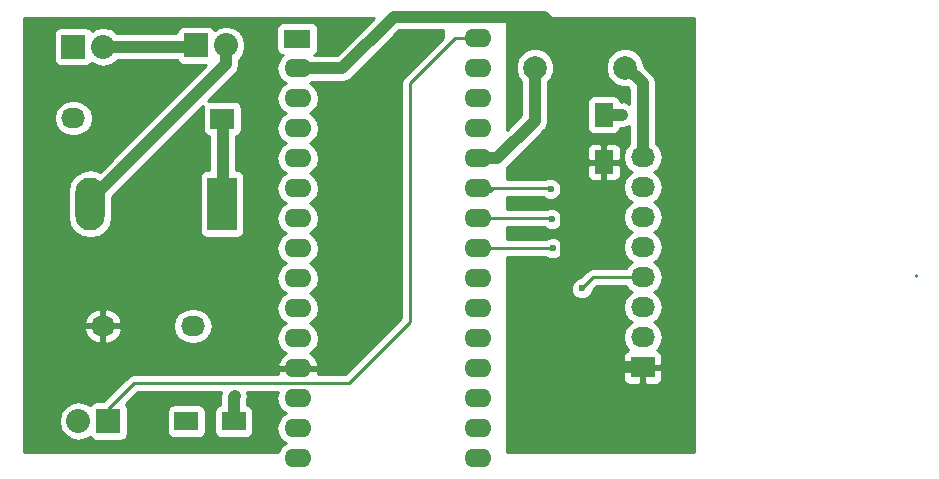
<source format=gtl>
G04 #@! TF.FileFunction,Copper,L1,Top,Signal*
%FSLAX46Y46*%
G04 Gerber Fmt 4.6, Leading zero omitted, Abs format (unit mm)*
G04 Created by KiCad (PCBNEW 4.0.7) date 11/02/17 22:13:09*
%MOMM*%
%LPD*%
G01*
G04 APERTURE LIST*
%ADD10C,0.100000*%
%ADD11R,2.499360X4.500880*%
%ADD12O,2.499360X4.500880*%
%ADD13O,2.032000X1.727200*%
%ADD14R,2.032000X1.727200*%
%ADD15R,2.032000X2.032000*%
%ADD16O,2.032000X2.032000*%
%ADD17C,1.998980*%
%ADD18R,2.286000X1.574800*%
%ADD19O,2.286000X1.574800*%
%ADD20R,2.000000X1.600000*%
%ADD21R,1.600000X2.000000*%
%ADD22C,0.600000*%
%ADD23C,0.250000*%
%ADD24C,1.000000*%
%ADD25C,0.254000*%
G04 APERTURE END LIST*
D10*
D11*
X119255080Y-86170000D03*
D12*
X108079080Y-86170000D03*
D13*
X116770000Y-96520000D03*
X109170000Y-96520000D03*
X106670000Y-78920000D03*
D14*
X119270000Y-78960000D03*
D15*
X117050000Y-72770000D03*
D16*
X119590000Y-72770000D03*
D15*
X106650000Y-72880000D03*
D16*
X109190000Y-72880000D03*
D15*
X109630000Y-104570000D03*
D16*
X107090000Y-104570000D03*
D14*
X154880000Y-100000000D03*
D13*
X154880000Y-97460000D03*
X154880000Y-94920000D03*
X154880000Y-92380000D03*
X154880000Y-89840000D03*
X154880000Y-87300000D03*
X154880000Y-84760000D03*
X154880000Y-82220000D03*
D17*
X153360000Y-74640000D03*
X145740000Y-74640000D03*
D18*
X125630000Y-72200000D03*
D19*
X125670000Y-74700000D03*
X125670000Y-77240000D03*
X125670000Y-79780000D03*
X125670000Y-82320000D03*
X125670000Y-84860000D03*
X125670000Y-87400000D03*
X125670000Y-89940000D03*
X125670000Y-92480000D03*
X125670000Y-95020000D03*
X125670000Y-97560000D03*
X125670000Y-100100000D03*
X125670000Y-102640000D03*
X125670000Y-105180000D03*
X125670000Y-107720000D03*
X140910000Y-107720000D03*
X140910000Y-105180000D03*
X140910000Y-102640000D03*
X140910000Y-100100000D03*
X140910000Y-97560000D03*
X140910000Y-95020000D03*
X140910000Y-92480000D03*
X140910000Y-89940000D03*
X140910000Y-87400000D03*
X140910000Y-84860000D03*
X140910000Y-82320000D03*
X140910000Y-79780000D03*
X140910000Y-77240000D03*
X140910000Y-74700000D03*
X140910000Y-72160000D03*
D20*
X116240000Y-104590000D03*
X120240000Y-104590000D03*
D21*
X151570000Y-82650000D03*
X151570000Y-78650000D03*
D22*
X153110000Y-78640000D03*
X120310000Y-102430000D03*
X151500000Y-82800000D03*
X147070000Y-84920000D03*
X147200000Y-87480000D03*
X147250000Y-89930000D03*
X149720000Y-93330000D03*
D23*
X177980000Y-92310000D02*
X177980000Y-92180000D01*
D24*
X119305080Y-86060000D02*
X119305080Y-79324920D01*
X119305080Y-79324920D02*
X119620000Y-79010000D01*
X119590000Y-72770000D02*
X119590000Y-74370000D01*
X119590000Y-74370000D02*
X107940000Y-86020000D01*
X108360000Y-86060000D02*
X108129080Y-86060000D01*
X151570000Y-78650000D02*
X153100000Y-78650000D01*
X153100000Y-78650000D02*
X153110000Y-78640000D01*
X120240000Y-104590000D02*
X120240000Y-102500000D01*
X120240000Y-102500000D02*
X120310000Y-102430000D01*
X109190000Y-72880000D02*
X116940000Y-72880000D01*
X116940000Y-72880000D02*
X117050000Y-72770000D01*
D23*
X109630000Y-104570000D02*
X109630000Y-103540000D01*
X138990000Y-72160000D02*
X140910000Y-72160000D01*
X135180000Y-75970000D02*
X138990000Y-72160000D01*
X135180000Y-96170000D02*
X135180000Y-75970000D01*
X130000000Y-101350000D02*
X135180000Y-96170000D01*
X111820000Y-101350000D02*
X130000000Y-101350000D01*
X109630000Y-103540000D02*
X111820000Y-101350000D01*
D24*
X153360000Y-74640000D02*
X153540000Y-74640000D01*
X153540000Y-74640000D02*
X154880000Y-75980000D01*
X154880000Y-75980000D02*
X154880000Y-82220000D01*
X140910000Y-82320000D02*
X142560000Y-82320000D01*
X145740000Y-79140000D02*
X145740000Y-74640000D01*
X142560000Y-82320000D02*
X145740000Y-79140000D01*
X146240000Y-70350000D02*
X146510000Y-70350000D01*
X129430000Y-74700000D02*
X133780000Y-70350000D01*
X133780000Y-70350000D02*
X146240000Y-70350000D01*
X154880000Y-100000000D02*
X152300000Y-100000000D01*
X129430000Y-74700000D02*
X125670000Y-74700000D01*
X148360000Y-96060000D02*
X152300000Y-100000000D01*
X148360000Y-72200000D02*
X148360000Y-96060000D01*
X146510000Y-70350000D02*
X148360000Y-72200000D01*
D23*
X151500000Y-82800000D02*
X151570000Y-82730000D01*
X151570000Y-82730000D02*
X151570000Y-82650000D01*
D24*
X151570000Y-82610000D02*
X151570000Y-82650000D01*
D23*
X147010000Y-84860000D02*
X140910000Y-84860000D01*
X147070000Y-84920000D02*
X147010000Y-84860000D01*
X141980000Y-85060000D02*
X142180000Y-84860000D01*
X147120000Y-87400000D02*
X140910000Y-87400000D01*
X147200000Y-87480000D02*
X147120000Y-87400000D01*
X147240000Y-89940000D02*
X140910000Y-89940000D01*
X147250000Y-89930000D02*
X147240000Y-89940000D01*
X154880000Y-92380000D02*
X150670000Y-92380000D01*
X150670000Y-92380000D02*
X149720000Y-93330000D01*
D25*
G36*
X128959868Y-73565000D02*
X127048041Y-73565000D01*
X127224441Y-73451490D01*
X127369431Y-73239290D01*
X127420440Y-72987400D01*
X127420440Y-71412600D01*
X127376162Y-71177283D01*
X127237090Y-70961159D01*
X127024890Y-70816169D01*
X126773000Y-70765160D01*
X124487000Y-70765160D01*
X124251683Y-70809438D01*
X124035559Y-70948510D01*
X123890569Y-71160710D01*
X123839560Y-71412600D01*
X123839560Y-72987400D01*
X123883838Y-73222717D01*
X124022910Y-73438841D01*
X124235110Y-73583831D01*
X124391559Y-73615513D01*
X124273778Y-73694211D01*
X123965441Y-74155671D01*
X123857167Y-74700000D01*
X123965441Y-75244329D01*
X124273778Y-75705789D01*
X124669199Y-75970000D01*
X124273778Y-76234211D01*
X123965441Y-76695671D01*
X123857167Y-77240000D01*
X123965441Y-77784329D01*
X124273778Y-78245789D01*
X124669199Y-78510000D01*
X124273778Y-78774211D01*
X123965441Y-79235671D01*
X123857167Y-79780000D01*
X123965441Y-80324329D01*
X124273778Y-80785789D01*
X124669199Y-81050000D01*
X124273778Y-81314211D01*
X123965441Y-81775671D01*
X123857167Y-82320000D01*
X123965441Y-82864329D01*
X124273778Y-83325789D01*
X124669199Y-83590000D01*
X124273778Y-83854211D01*
X123965441Y-84315671D01*
X123857167Y-84860000D01*
X123965441Y-85404329D01*
X124273778Y-85865789D01*
X124669199Y-86130000D01*
X124273778Y-86394211D01*
X123965441Y-86855671D01*
X123857167Y-87400000D01*
X123965441Y-87944329D01*
X124273778Y-88405789D01*
X124669199Y-88670000D01*
X124273778Y-88934211D01*
X123965441Y-89395671D01*
X123857167Y-89940000D01*
X123965441Y-90484329D01*
X124273778Y-90945789D01*
X124669199Y-91210000D01*
X124273778Y-91474211D01*
X123965441Y-91935671D01*
X123857167Y-92480000D01*
X123965441Y-93024329D01*
X124273778Y-93485789D01*
X124669199Y-93750000D01*
X124273778Y-94014211D01*
X123965441Y-94475671D01*
X123857167Y-95020000D01*
X123965441Y-95564329D01*
X124273778Y-96025789D01*
X124669199Y-96290000D01*
X124273778Y-96554211D01*
X123965441Y-97015671D01*
X123857167Y-97560000D01*
X123965441Y-98104329D01*
X124273778Y-98565789D01*
X124668830Y-98829754D01*
X124652738Y-98834475D01*
X124218809Y-99184014D01*
X123951673Y-99673004D01*
X123934990Y-99752940D01*
X124057148Y-99973000D01*
X125543000Y-99973000D01*
X125543000Y-99953000D01*
X125797000Y-99953000D01*
X125797000Y-99973000D01*
X127282852Y-99973000D01*
X127405010Y-99752940D01*
X127388327Y-99673004D01*
X127121191Y-99184014D01*
X126687262Y-98834475D01*
X126671170Y-98829754D01*
X127066222Y-98565789D01*
X127374559Y-98104329D01*
X127482833Y-97560000D01*
X127374559Y-97015671D01*
X127066222Y-96554211D01*
X126670801Y-96290000D01*
X127066222Y-96025789D01*
X127374559Y-95564329D01*
X127482833Y-95020000D01*
X127374559Y-94475671D01*
X127066222Y-94014211D01*
X126670801Y-93750000D01*
X127066222Y-93485789D01*
X127374559Y-93024329D01*
X127482833Y-92480000D01*
X127374559Y-91935671D01*
X127066222Y-91474211D01*
X126670801Y-91210000D01*
X127066222Y-90945789D01*
X127374559Y-90484329D01*
X127482833Y-89940000D01*
X127374559Y-89395671D01*
X127066222Y-88934211D01*
X126670801Y-88670000D01*
X127066222Y-88405789D01*
X127374559Y-87944329D01*
X127482833Y-87400000D01*
X127374559Y-86855671D01*
X127066222Y-86394211D01*
X126670801Y-86130000D01*
X127066222Y-85865789D01*
X127374559Y-85404329D01*
X127482833Y-84860000D01*
X127374559Y-84315671D01*
X127066222Y-83854211D01*
X126670801Y-83590000D01*
X127066222Y-83325789D01*
X127374559Y-82864329D01*
X127482833Y-82320000D01*
X127374559Y-81775671D01*
X127066222Y-81314211D01*
X126670801Y-81050000D01*
X127066222Y-80785789D01*
X127374559Y-80324329D01*
X127482833Y-79780000D01*
X127374559Y-79235671D01*
X127066222Y-78774211D01*
X126670801Y-78510000D01*
X127066222Y-78245789D01*
X127374559Y-77784329D01*
X127482833Y-77240000D01*
X127374559Y-76695671D01*
X127066222Y-76234211D01*
X126670801Y-75970000D01*
X126872844Y-75835000D01*
X129430000Y-75835000D01*
X129864346Y-75748603D01*
X130232566Y-75502566D01*
X134250132Y-71485000D01*
X137933000Y-71485000D01*
X137933000Y-72142198D01*
X134642599Y-75432599D01*
X134477852Y-75679161D01*
X134420000Y-75970000D01*
X134420000Y-95855198D01*
X129685198Y-100590000D01*
X127353908Y-100590000D01*
X127388327Y-100526996D01*
X127405010Y-100447060D01*
X127282852Y-100227000D01*
X125797000Y-100227000D01*
X125797000Y-100247000D01*
X125543000Y-100247000D01*
X125543000Y-100227000D01*
X124057148Y-100227000D01*
X123934990Y-100447060D01*
X123951673Y-100526996D01*
X123986092Y-100590000D01*
X111820000Y-100590000D01*
X111529161Y-100647852D01*
X111282599Y-100812599D01*
X109188638Y-102906560D01*
X108614000Y-102906560D01*
X108378683Y-102950838D01*
X108162559Y-103089910D01*
X108060802Y-103238837D01*
X107721810Y-103012330D01*
X107090000Y-102886655D01*
X106458190Y-103012330D01*
X105922567Y-103370222D01*
X105564675Y-103905845D01*
X105439000Y-104537655D01*
X105439000Y-104602345D01*
X105564675Y-105234155D01*
X105922567Y-105769778D01*
X106458190Y-106127670D01*
X107090000Y-106253345D01*
X107721810Y-106127670D01*
X108061792Y-105900501D01*
X108149910Y-106037441D01*
X108362110Y-106182431D01*
X108614000Y-106233440D01*
X110646000Y-106233440D01*
X110881317Y-106189162D01*
X111097441Y-106050090D01*
X111242431Y-105837890D01*
X111293440Y-105586000D01*
X111293440Y-103790000D01*
X114592560Y-103790000D01*
X114592560Y-105390000D01*
X114636838Y-105625317D01*
X114775910Y-105841441D01*
X114988110Y-105986431D01*
X115240000Y-106037440D01*
X117240000Y-106037440D01*
X117475317Y-105993162D01*
X117691441Y-105854090D01*
X117836431Y-105641890D01*
X117887440Y-105390000D01*
X117887440Y-103790000D01*
X117843162Y-103554683D01*
X117704090Y-103338559D01*
X117491890Y-103193569D01*
X117240000Y-103142560D01*
X115240000Y-103142560D01*
X115004683Y-103186838D01*
X114788559Y-103325910D01*
X114643569Y-103538110D01*
X114592560Y-103790000D01*
X111293440Y-103790000D01*
X111293440Y-103554000D01*
X111249162Y-103318683D01*
X111122679Y-103122123D01*
X112134802Y-102110000D01*
X119182576Y-102110000D01*
X119105000Y-102500000D01*
X119105000Y-103167962D01*
X119004683Y-103186838D01*
X118788559Y-103325910D01*
X118643569Y-103538110D01*
X118592560Y-103790000D01*
X118592560Y-105390000D01*
X118636838Y-105625317D01*
X118775910Y-105841441D01*
X118988110Y-105986431D01*
X119240000Y-106037440D01*
X121240000Y-106037440D01*
X121475317Y-105993162D01*
X121691441Y-105854090D01*
X121836431Y-105641890D01*
X121887440Y-105390000D01*
X121887440Y-103790000D01*
X121843162Y-103554683D01*
X121704090Y-103338559D01*
X121491890Y-103193569D01*
X121375000Y-103169898D01*
X121375000Y-102781912D01*
X121445000Y-102430000D01*
X121381348Y-102110000D01*
X123962591Y-102110000D01*
X123857167Y-102640000D01*
X123965441Y-103184329D01*
X124273778Y-103645789D01*
X124669199Y-103910000D01*
X124273778Y-104174211D01*
X123965441Y-104635671D01*
X123857167Y-105180000D01*
X123965441Y-105724329D01*
X124273778Y-106185789D01*
X124669199Y-106450000D01*
X124273778Y-106714211D01*
X123967226Y-107173000D01*
X102477000Y-107173000D01*
X102477000Y-96879026D01*
X107562642Y-96879026D01*
X107565291Y-96894791D01*
X107819268Y-97422036D01*
X108255680Y-97811954D01*
X108808087Y-98005184D01*
X109043000Y-97860924D01*
X109043000Y-96647000D01*
X109297000Y-96647000D01*
X109297000Y-97860924D01*
X109531913Y-98005184D01*
X110084320Y-97811954D01*
X110520732Y-97422036D01*
X110774709Y-96894791D01*
X110777358Y-96879026D01*
X110656217Y-96647000D01*
X109297000Y-96647000D01*
X109043000Y-96647000D01*
X107683783Y-96647000D01*
X107562642Y-96879026D01*
X102477000Y-96879026D01*
X102477000Y-96520000D01*
X115086655Y-96520000D01*
X115200729Y-97093489D01*
X115525585Y-97579670D01*
X116011766Y-97904526D01*
X116585255Y-98018600D01*
X116954745Y-98018600D01*
X117528234Y-97904526D01*
X118014415Y-97579670D01*
X118339271Y-97093489D01*
X118453345Y-96520000D01*
X118339271Y-95946511D01*
X118014415Y-95460330D01*
X117528234Y-95135474D01*
X116954745Y-95021400D01*
X116585255Y-95021400D01*
X116011766Y-95135474D01*
X115525585Y-95460330D01*
X115200729Y-95946511D01*
X115086655Y-96520000D01*
X102477000Y-96520000D01*
X102477000Y-96160974D01*
X107562642Y-96160974D01*
X107683783Y-96393000D01*
X109043000Y-96393000D01*
X109043000Y-95179076D01*
X109297000Y-95179076D01*
X109297000Y-96393000D01*
X110656217Y-96393000D01*
X110777358Y-96160974D01*
X110774709Y-96145209D01*
X110520732Y-95617964D01*
X110084320Y-95228046D01*
X109531913Y-95034816D01*
X109297000Y-95179076D01*
X109043000Y-95179076D01*
X108808087Y-95034816D01*
X108255680Y-95228046D01*
X107819268Y-95617964D01*
X107565291Y-96145209D01*
X107562642Y-96160974D01*
X102477000Y-96160974D01*
X102477000Y-78920000D01*
X104986655Y-78920000D01*
X105100729Y-79493489D01*
X105425585Y-79979670D01*
X105911766Y-80304526D01*
X106485255Y-80418600D01*
X106854745Y-80418600D01*
X107428234Y-80304526D01*
X107914415Y-79979670D01*
X108239271Y-79493489D01*
X108353345Y-78920000D01*
X108239271Y-78346511D01*
X107914415Y-77860330D01*
X107428234Y-77535474D01*
X106854745Y-77421400D01*
X106485255Y-77421400D01*
X105911766Y-77535474D01*
X105425585Y-77860330D01*
X105100729Y-78346511D01*
X104986655Y-78920000D01*
X102477000Y-78920000D01*
X102477000Y-71864000D01*
X104986560Y-71864000D01*
X104986560Y-73896000D01*
X105030838Y-74131317D01*
X105169910Y-74347441D01*
X105382110Y-74492431D01*
X105634000Y-74543440D01*
X107666000Y-74543440D01*
X107901317Y-74499162D01*
X108117441Y-74360090D01*
X108219198Y-74211163D01*
X108558190Y-74437670D01*
X109190000Y-74563345D01*
X109821810Y-74437670D01*
X110357433Y-74079778D01*
X110400716Y-74015000D01*
X115429649Y-74015000D01*
X115430838Y-74021317D01*
X115569910Y-74237441D01*
X115782110Y-74382431D01*
X116034000Y-74433440D01*
X117921428Y-74433440D01*
X108910051Y-83444817D01*
X108800316Y-83371494D01*
X108079080Y-83228031D01*
X107357844Y-83371494D01*
X106746410Y-83780041D01*
X106337863Y-84391475D01*
X106194400Y-85112711D01*
X106194400Y-87227289D01*
X106337863Y-87948525D01*
X106746410Y-88559959D01*
X107357844Y-88968506D01*
X108079080Y-89111969D01*
X108800316Y-88968506D01*
X109411750Y-88559959D01*
X109820297Y-87948525D01*
X109963760Y-87227289D01*
X109963760Y-85601372D01*
X117641558Y-77923574D01*
X117606560Y-78096400D01*
X117606560Y-79823600D01*
X117650838Y-80058917D01*
X117789910Y-80275041D01*
X118002110Y-80420031D01*
X118170080Y-80454046D01*
X118170080Y-83272120D01*
X118005400Y-83272120D01*
X117770083Y-83316398D01*
X117553959Y-83455470D01*
X117408969Y-83667670D01*
X117357960Y-83919560D01*
X117357960Y-88420440D01*
X117402238Y-88655757D01*
X117541310Y-88871881D01*
X117753510Y-89016871D01*
X118005400Y-89067880D01*
X120504760Y-89067880D01*
X120740077Y-89023602D01*
X120956201Y-88884530D01*
X121101191Y-88672330D01*
X121152200Y-88420440D01*
X121152200Y-83919560D01*
X121107922Y-83684243D01*
X120968850Y-83468119D01*
X120756650Y-83323129D01*
X120504760Y-83272120D01*
X120440080Y-83272120D01*
X120440080Y-80442048D01*
X120521317Y-80426762D01*
X120737441Y-80287690D01*
X120882431Y-80075490D01*
X120933440Y-79823600D01*
X120933440Y-78096400D01*
X120889162Y-77861083D01*
X120750090Y-77644959D01*
X120537890Y-77499969D01*
X120286000Y-77448960D01*
X118254000Y-77448960D01*
X118084227Y-77480905D01*
X120392566Y-75172566D01*
X120418104Y-75134345D01*
X120638603Y-74804346D01*
X120725000Y-74370000D01*
X120725000Y-73991449D01*
X120757433Y-73969778D01*
X121115325Y-73434155D01*
X121241000Y-72802345D01*
X121241000Y-72737655D01*
X121115325Y-72105845D01*
X120757433Y-71570222D01*
X120221810Y-71212330D01*
X119590000Y-71086655D01*
X118958190Y-71212330D01*
X118618208Y-71439499D01*
X118530090Y-71302559D01*
X118317890Y-71157569D01*
X118066000Y-71106560D01*
X116034000Y-71106560D01*
X115798683Y-71150838D01*
X115582559Y-71289910D01*
X115437569Y-71502110D01*
X115388383Y-71745000D01*
X110400716Y-71745000D01*
X110357433Y-71680222D01*
X109821810Y-71322330D01*
X109190000Y-71196655D01*
X108558190Y-71322330D01*
X108218208Y-71549499D01*
X108130090Y-71412559D01*
X107917890Y-71267569D01*
X107666000Y-71216560D01*
X105634000Y-71216560D01*
X105398683Y-71260838D01*
X105182559Y-71399910D01*
X105037569Y-71612110D01*
X104986560Y-71864000D01*
X102477000Y-71864000D01*
X102477000Y-70427000D01*
X132097868Y-70427000D01*
X128959868Y-73565000D01*
X128959868Y-73565000D01*
G37*
X128959868Y-73565000D02*
X127048041Y-73565000D01*
X127224441Y-73451490D01*
X127369431Y-73239290D01*
X127420440Y-72987400D01*
X127420440Y-71412600D01*
X127376162Y-71177283D01*
X127237090Y-70961159D01*
X127024890Y-70816169D01*
X126773000Y-70765160D01*
X124487000Y-70765160D01*
X124251683Y-70809438D01*
X124035559Y-70948510D01*
X123890569Y-71160710D01*
X123839560Y-71412600D01*
X123839560Y-72987400D01*
X123883838Y-73222717D01*
X124022910Y-73438841D01*
X124235110Y-73583831D01*
X124391559Y-73615513D01*
X124273778Y-73694211D01*
X123965441Y-74155671D01*
X123857167Y-74700000D01*
X123965441Y-75244329D01*
X124273778Y-75705789D01*
X124669199Y-75970000D01*
X124273778Y-76234211D01*
X123965441Y-76695671D01*
X123857167Y-77240000D01*
X123965441Y-77784329D01*
X124273778Y-78245789D01*
X124669199Y-78510000D01*
X124273778Y-78774211D01*
X123965441Y-79235671D01*
X123857167Y-79780000D01*
X123965441Y-80324329D01*
X124273778Y-80785789D01*
X124669199Y-81050000D01*
X124273778Y-81314211D01*
X123965441Y-81775671D01*
X123857167Y-82320000D01*
X123965441Y-82864329D01*
X124273778Y-83325789D01*
X124669199Y-83590000D01*
X124273778Y-83854211D01*
X123965441Y-84315671D01*
X123857167Y-84860000D01*
X123965441Y-85404329D01*
X124273778Y-85865789D01*
X124669199Y-86130000D01*
X124273778Y-86394211D01*
X123965441Y-86855671D01*
X123857167Y-87400000D01*
X123965441Y-87944329D01*
X124273778Y-88405789D01*
X124669199Y-88670000D01*
X124273778Y-88934211D01*
X123965441Y-89395671D01*
X123857167Y-89940000D01*
X123965441Y-90484329D01*
X124273778Y-90945789D01*
X124669199Y-91210000D01*
X124273778Y-91474211D01*
X123965441Y-91935671D01*
X123857167Y-92480000D01*
X123965441Y-93024329D01*
X124273778Y-93485789D01*
X124669199Y-93750000D01*
X124273778Y-94014211D01*
X123965441Y-94475671D01*
X123857167Y-95020000D01*
X123965441Y-95564329D01*
X124273778Y-96025789D01*
X124669199Y-96290000D01*
X124273778Y-96554211D01*
X123965441Y-97015671D01*
X123857167Y-97560000D01*
X123965441Y-98104329D01*
X124273778Y-98565789D01*
X124668830Y-98829754D01*
X124652738Y-98834475D01*
X124218809Y-99184014D01*
X123951673Y-99673004D01*
X123934990Y-99752940D01*
X124057148Y-99973000D01*
X125543000Y-99973000D01*
X125543000Y-99953000D01*
X125797000Y-99953000D01*
X125797000Y-99973000D01*
X127282852Y-99973000D01*
X127405010Y-99752940D01*
X127388327Y-99673004D01*
X127121191Y-99184014D01*
X126687262Y-98834475D01*
X126671170Y-98829754D01*
X127066222Y-98565789D01*
X127374559Y-98104329D01*
X127482833Y-97560000D01*
X127374559Y-97015671D01*
X127066222Y-96554211D01*
X126670801Y-96290000D01*
X127066222Y-96025789D01*
X127374559Y-95564329D01*
X127482833Y-95020000D01*
X127374559Y-94475671D01*
X127066222Y-94014211D01*
X126670801Y-93750000D01*
X127066222Y-93485789D01*
X127374559Y-93024329D01*
X127482833Y-92480000D01*
X127374559Y-91935671D01*
X127066222Y-91474211D01*
X126670801Y-91210000D01*
X127066222Y-90945789D01*
X127374559Y-90484329D01*
X127482833Y-89940000D01*
X127374559Y-89395671D01*
X127066222Y-88934211D01*
X126670801Y-88670000D01*
X127066222Y-88405789D01*
X127374559Y-87944329D01*
X127482833Y-87400000D01*
X127374559Y-86855671D01*
X127066222Y-86394211D01*
X126670801Y-86130000D01*
X127066222Y-85865789D01*
X127374559Y-85404329D01*
X127482833Y-84860000D01*
X127374559Y-84315671D01*
X127066222Y-83854211D01*
X126670801Y-83590000D01*
X127066222Y-83325789D01*
X127374559Y-82864329D01*
X127482833Y-82320000D01*
X127374559Y-81775671D01*
X127066222Y-81314211D01*
X126670801Y-81050000D01*
X127066222Y-80785789D01*
X127374559Y-80324329D01*
X127482833Y-79780000D01*
X127374559Y-79235671D01*
X127066222Y-78774211D01*
X126670801Y-78510000D01*
X127066222Y-78245789D01*
X127374559Y-77784329D01*
X127482833Y-77240000D01*
X127374559Y-76695671D01*
X127066222Y-76234211D01*
X126670801Y-75970000D01*
X126872844Y-75835000D01*
X129430000Y-75835000D01*
X129864346Y-75748603D01*
X130232566Y-75502566D01*
X134250132Y-71485000D01*
X137933000Y-71485000D01*
X137933000Y-72142198D01*
X134642599Y-75432599D01*
X134477852Y-75679161D01*
X134420000Y-75970000D01*
X134420000Y-95855198D01*
X129685198Y-100590000D01*
X127353908Y-100590000D01*
X127388327Y-100526996D01*
X127405010Y-100447060D01*
X127282852Y-100227000D01*
X125797000Y-100227000D01*
X125797000Y-100247000D01*
X125543000Y-100247000D01*
X125543000Y-100227000D01*
X124057148Y-100227000D01*
X123934990Y-100447060D01*
X123951673Y-100526996D01*
X123986092Y-100590000D01*
X111820000Y-100590000D01*
X111529161Y-100647852D01*
X111282599Y-100812599D01*
X109188638Y-102906560D01*
X108614000Y-102906560D01*
X108378683Y-102950838D01*
X108162559Y-103089910D01*
X108060802Y-103238837D01*
X107721810Y-103012330D01*
X107090000Y-102886655D01*
X106458190Y-103012330D01*
X105922567Y-103370222D01*
X105564675Y-103905845D01*
X105439000Y-104537655D01*
X105439000Y-104602345D01*
X105564675Y-105234155D01*
X105922567Y-105769778D01*
X106458190Y-106127670D01*
X107090000Y-106253345D01*
X107721810Y-106127670D01*
X108061792Y-105900501D01*
X108149910Y-106037441D01*
X108362110Y-106182431D01*
X108614000Y-106233440D01*
X110646000Y-106233440D01*
X110881317Y-106189162D01*
X111097441Y-106050090D01*
X111242431Y-105837890D01*
X111293440Y-105586000D01*
X111293440Y-103790000D01*
X114592560Y-103790000D01*
X114592560Y-105390000D01*
X114636838Y-105625317D01*
X114775910Y-105841441D01*
X114988110Y-105986431D01*
X115240000Y-106037440D01*
X117240000Y-106037440D01*
X117475317Y-105993162D01*
X117691441Y-105854090D01*
X117836431Y-105641890D01*
X117887440Y-105390000D01*
X117887440Y-103790000D01*
X117843162Y-103554683D01*
X117704090Y-103338559D01*
X117491890Y-103193569D01*
X117240000Y-103142560D01*
X115240000Y-103142560D01*
X115004683Y-103186838D01*
X114788559Y-103325910D01*
X114643569Y-103538110D01*
X114592560Y-103790000D01*
X111293440Y-103790000D01*
X111293440Y-103554000D01*
X111249162Y-103318683D01*
X111122679Y-103122123D01*
X112134802Y-102110000D01*
X119182576Y-102110000D01*
X119105000Y-102500000D01*
X119105000Y-103167962D01*
X119004683Y-103186838D01*
X118788559Y-103325910D01*
X118643569Y-103538110D01*
X118592560Y-103790000D01*
X118592560Y-105390000D01*
X118636838Y-105625317D01*
X118775910Y-105841441D01*
X118988110Y-105986431D01*
X119240000Y-106037440D01*
X121240000Y-106037440D01*
X121475317Y-105993162D01*
X121691441Y-105854090D01*
X121836431Y-105641890D01*
X121887440Y-105390000D01*
X121887440Y-103790000D01*
X121843162Y-103554683D01*
X121704090Y-103338559D01*
X121491890Y-103193569D01*
X121375000Y-103169898D01*
X121375000Y-102781912D01*
X121445000Y-102430000D01*
X121381348Y-102110000D01*
X123962591Y-102110000D01*
X123857167Y-102640000D01*
X123965441Y-103184329D01*
X124273778Y-103645789D01*
X124669199Y-103910000D01*
X124273778Y-104174211D01*
X123965441Y-104635671D01*
X123857167Y-105180000D01*
X123965441Y-105724329D01*
X124273778Y-106185789D01*
X124669199Y-106450000D01*
X124273778Y-106714211D01*
X123967226Y-107173000D01*
X102477000Y-107173000D01*
X102477000Y-96879026D01*
X107562642Y-96879026D01*
X107565291Y-96894791D01*
X107819268Y-97422036D01*
X108255680Y-97811954D01*
X108808087Y-98005184D01*
X109043000Y-97860924D01*
X109043000Y-96647000D01*
X109297000Y-96647000D01*
X109297000Y-97860924D01*
X109531913Y-98005184D01*
X110084320Y-97811954D01*
X110520732Y-97422036D01*
X110774709Y-96894791D01*
X110777358Y-96879026D01*
X110656217Y-96647000D01*
X109297000Y-96647000D01*
X109043000Y-96647000D01*
X107683783Y-96647000D01*
X107562642Y-96879026D01*
X102477000Y-96879026D01*
X102477000Y-96520000D01*
X115086655Y-96520000D01*
X115200729Y-97093489D01*
X115525585Y-97579670D01*
X116011766Y-97904526D01*
X116585255Y-98018600D01*
X116954745Y-98018600D01*
X117528234Y-97904526D01*
X118014415Y-97579670D01*
X118339271Y-97093489D01*
X118453345Y-96520000D01*
X118339271Y-95946511D01*
X118014415Y-95460330D01*
X117528234Y-95135474D01*
X116954745Y-95021400D01*
X116585255Y-95021400D01*
X116011766Y-95135474D01*
X115525585Y-95460330D01*
X115200729Y-95946511D01*
X115086655Y-96520000D01*
X102477000Y-96520000D01*
X102477000Y-96160974D01*
X107562642Y-96160974D01*
X107683783Y-96393000D01*
X109043000Y-96393000D01*
X109043000Y-95179076D01*
X109297000Y-95179076D01*
X109297000Y-96393000D01*
X110656217Y-96393000D01*
X110777358Y-96160974D01*
X110774709Y-96145209D01*
X110520732Y-95617964D01*
X110084320Y-95228046D01*
X109531913Y-95034816D01*
X109297000Y-95179076D01*
X109043000Y-95179076D01*
X108808087Y-95034816D01*
X108255680Y-95228046D01*
X107819268Y-95617964D01*
X107565291Y-96145209D01*
X107562642Y-96160974D01*
X102477000Y-96160974D01*
X102477000Y-78920000D01*
X104986655Y-78920000D01*
X105100729Y-79493489D01*
X105425585Y-79979670D01*
X105911766Y-80304526D01*
X106485255Y-80418600D01*
X106854745Y-80418600D01*
X107428234Y-80304526D01*
X107914415Y-79979670D01*
X108239271Y-79493489D01*
X108353345Y-78920000D01*
X108239271Y-78346511D01*
X107914415Y-77860330D01*
X107428234Y-77535474D01*
X106854745Y-77421400D01*
X106485255Y-77421400D01*
X105911766Y-77535474D01*
X105425585Y-77860330D01*
X105100729Y-78346511D01*
X104986655Y-78920000D01*
X102477000Y-78920000D01*
X102477000Y-71864000D01*
X104986560Y-71864000D01*
X104986560Y-73896000D01*
X105030838Y-74131317D01*
X105169910Y-74347441D01*
X105382110Y-74492431D01*
X105634000Y-74543440D01*
X107666000Y-74543440D01*
X107901317Y-74499162D01*
X108117441Y-74360090D01*
X108219198Y-74211163D01*
X108558190Y-74437670D01*
X109190000Y-74563345D01*
X109821810Y-74437670D01*
X110357433Y-74079778D01*
X110400716Y-74015000D01*
X115429649Y-74015000D01*
X115430838Y-74021317D01*
X115569910Y-74237441D01*
X115782110Y-74382431D01*
X116034000Y-74433440D01*
X117921428Y-74433440D01*
X108910051Y-83444817D01*
X108800316Y-83371494D01*
X108079080Y-83228031D01*
X107357844Y-83371494D01*
X106746410Y-83780041D01*
X106337863Y-84391475D01*
X106194400Y-85112711D01*
X106194400Y-87227289D01*
X106337863Y-87948525D01*
X106746410Y-88559959D01*
X107357844Y-88968506D01*
X108079080Y-89111969D01*
X108800316Y-88968506D01*
X109411750Y-88559959D01*
X109820297Y-87948525D01*
X109963760Y-87227289D01*
X109963760Y-85601372D01*
X117641558Y-77923574D01*
X117606560Y-78096400D01*
X117606560Y-79823600D01*
X117650838Y-80058917D01*
X117789910Y-80275041D01*
X118002110Y-80420031D01*
X118170080Y-80454046D01*
X118170080Y-83272120D01*
X118005400Y-83272120D01*
X117770083Y-83316398D01*
X117553959Y-83455470D01*
X117408969Y-83667670D01*
X117357960Y-83919560D01*
X117357960Y-88420440D01*
X117402238Y-88655757D01*
X117541310Y-88871881D01*
X117753510Y-89016871D01*
X118005400Y-89067880D01*
X120504760Y-89067880D01*
X120740077Y-89023602D01*
X120956201Y-88884530D01*
X121101191Y-88672330D01*
X121152200Y-88420440D01*
X121152200Y-83919560D01*
X121107922Y-83684243D01*
X120968850Y-83468119D01*
X120756650Y-83323129D01*
X120504760Y-83272120D01*
X120440080Y-83272120D01*
X120440080Y-80442048D01*
X120521317Y-80426762D01*
X120737441Y-80287690D01*
X120882431Y-80075490D01*
X120933440Y-79823600D01*
X120933440Y-78096400D01*
X120889162Y-77861083D01*
X120750090Y-77644959D01*
X120537890Y-77499969D01*
X120286000Y-77448960D01*
X118254000Y-77448960D01*
X118084227Y-77480905D01*
X120392566Y-75172566D01*
X120418104Y-75134345D01*
X120638603Y-74804346D01*
X120725000Y-74370000D01*
X120725000Y-73991449D01*
X120757433Y-73969778D01*
X121115325Y-73434155D01*
X121241000Y-72802345D01*
X121241000Y-72737655D01*
X121115325Y-72105845D01*
X120757433Y-71570222D01*
X120221810Y-71212330D01*
X119590000Y-71086655D01*
X118958190Y-71212330D01*
X118618208Y-71439499D01*
X118530090Y-71302559D01*
X118317890Y-71157569D01*
X118066000Y-71106560D01*
X116034000Y-71106560D01*
X115798683Y-71150838D01*
X115582559Y-71289910D01*
X115437569Y-71502110D01*
X115388383Y-71745000D01*
X110400716Y-71745000D01*
X110357433Y-71680222D01*
X109821810Y-71322330D01*
X109190000Y-71196655D01*
X108558190Y-71322330D01*
X108218208Y-71549499D01*
X108130090Y-71412559D01*
X107917890Y-71267569D01*
X107666000Y-71216560D01*
X105634000Y-71216560D01*
X105398683Y-71260838D01*
X105182559Y-71399910D01*
X105037569Y-71612110D01*
X104986560Y-71864000D01*
X102477000Y-71864000D01*
X102477000Y-70427000D01*
X132097868Y-70427000D01*
X128959868Y-73565000D01*
G36*
X159223000Y-107173000D02*
X143387000Y-107173000D01*
X143387000Y-100285750D01*
X153229000Y-100285750D01*
X153229000Y-100989910D01*
X153325673Y-101223299D01*
X153504302Y-101401927D01*
X153737691Y-101498600D01*
X154594250Y-101498600D01*
X154753000Y-101339850D01*
X154753000Y-100127000D01*
X155007000Y-100127000D01*
X155007000Y-101339850D01*
X155165750Y-101498600D01*
X156022309Y-101498600D01*
X156255698Y-101401927D01*
X156434327Y-101223299D01*
X156531000Y-100989910D01*
X156531000Y-100285750D01*
X156372250Y-100127000D01*
X155007000Y-100127000D01*
X154753000Y-100127000D01*
X153387750Y-100127000D01*
X153229000Y-100285750D01*
X143387000Y-100285750D01*
X143387000Y-93515167D01*
X148784838Y-93515167D01*
X148926883Y-93858943D01*
X149189673Y-94122192D01*
X149533201Y-94264838D01*
X149905167Y-94265162D01*
X150248943Y-94123117D01*
X150512192Y-93860327D01*
X150654838Y-93516799D01*
X150654879Y-93469923D01*
X150984802Y-93140000D01*
X153435352Y-93140000D01*
X153635585Y-93439670D01*
X153950366Y-93650000D01*
X153635585Y-93860330D01*
X153310729Y-94346511D01*
X153196655Y-94920000D01*
X153310729Y-95493489D01*
X153635585Y-95979670D01*
X153950366Y-96190000D01*
X153635585Y-96400330D01*
X153310729Y-96886511D01*
X153196655Y-97460000D01*
X153310729Y-98033489D01*
X153635585Y-98519670D01*
X153657780Y-98534500D01*
X153504302Y-98598073D01*
X153325673Y-98776701D01*
X153229000Y-99010090D01*
X153229000Y-99714250D01*
X153387750Y-99873000D01*
X154753000Y-99873000D01*
X154753000Y-99853000D01*
X155007000Y-99853000D01*
X155007000Y-99873000D01*
X156372250Y-99873000D01*
X156531000Y-99714250D01*
X156531000Y-99010090D01*
X156434327Y-98776701D01*
X156255698Y-98598073D01*
X156102220Y-98534500D01*
X156124415Y-98519670D01*
X156449271Y-98033489D01*
X156563345Y-97460000D01*
X156449271Y-96886511D01*
X156124415Y-96400330D01*
X155809634Y-96190000D01*
X156124415Y-95979670D01*
X156449271Y-95493489D01*
X156563345Y-94920000D01*
X156449271Y-94346511D01*
X156124415Y-93860330D01*
X155809634Y-93650000D01*
X156124415Y-93439670D01*
X156449271Y-92953489D01*
X156563345Y-92380000D01*
X156449271Y-91806511D01*
X156124415Y-91320330D01*
X155809634Y-91110000D01*
X156124415Y-90899670D01*
X156449271Y-90413489D01*
X156563345Y-89840000D01*
X156449271Y-89266511D01*
X156124415Y-88780330D01*
X155809634Y-88570000D01*
X156124415Y-88359670D01*
X156449271Y-87873489D01*
X156563345Y-87300000D01*
X156449271Y-86726511D01*
X156124415Y-86240330D01*
X155809634Y-86030000D01*
X156124415Y-85819670D01*
X156449271Y-85333489D01*
X156563345Y-84760000D01*
X156449271Y-84186511D01*
X156124415Y-83700330D01*
X155809634Y-83490000D01*
X156124415Y-83279670D01*
X156449271Y-82793489D01*
X156563345Y-82220000D01*
X156449271Y-81646511D01*
X156124415Y-81160330D01*
X156015000Y-81087221D01*
X156015000Y-75980000D01*
X155928603Y-75545654D01*
X155682566Y-75177434D01*
X154994623Y-74489491D01*
X154994774Y-74316306D01*
X154746462Y-73715345D01*
X154287073Y-73255154D01*
X153686547Y-73005794D01*
X153036306Y-73005226D01*
X152435345Y-73253538D01*
X151975154Y-73712927D01*
X151725794Y-74313453D01*
X151725226Y-74963694D01*
X151973538Y-75564655D01*
X152432927Y-76024846D01*
X153033453Y-76274206D01*
X153569542Y-76274674D01*
X153745000Y-76450132D01*
X153745000Y-77725470D01*
X153544345Y-77591397D01*
X153110000Y-77505000D01*
X153059727Y-77515000D01*
X152992038Y-77515000D01*
X152973162Y-77414683D01*
X152834090Y-77198559D01*
X152621890Y-77053569D01*
X152370000Y-77002560D01*
X150770000Y-77002560D01*
X150534683Y-77046838D01*
X150318559Y-77185910D01*
X150173569Y-77398110D01*
X150122560Y-77650000D01*
X150122560Y-79650000D01*
X150166838Y-79885317D01*
X150305910Y-80101441D01*
X150518110Y-80246431D01*
X150770000Y-80297440D01*
X152370000Y-80297440D01*
X152605317Y-80253162D01*
X152821441Y-80114090D01*
X152966431Y-79901890D01*
X152990102Y-79785000D01*
X153100000Y-79785000D01*
X153534346Y-79698603D01*
X153745000Y-79557848D01*
X153745000Y-81087221D01*
X153635585Y-81160330D01*
X153310729Y-81646511D01*
X153196655Y-82220000D01*
X153310729Y-82793489D01*
X153635585Y-83279670D01*
X153950366Y-83490000D01*
X153635585Y-83700330D01*
X153310729Y-84186511D01*
X153196655Y-84760000D01*
X153310729Y-85333489D01*
X153635585Y-85819670D01*
X153950366Y-86030000D01*
X153635585Y-86240330D01*
X153310729Y-86726511D01*
X153196655Y-87300000D01*
X153310729Y-87873489D01*
X153635585Y-88359670D01*
X153950366Y-88570000D01*
X153635585Y-88780330D01*
X153310729Y-89266511D01*
X153196655Y-89840000D01*
X153310729Y-90413489D01*
X153635585Y-90899670D01*
X153950366Y-91110000D01*
X153635585Y-91320330D01*
X153435352Y-91620000D01*
X150670000Y-91620000D01*
X150379161Y-91677852D01*
X150132599Y-91842599D01*
X149580320Y-92394878D01*
X149534833Y-92394838D01*
X149191057Y-92536883D01*
X148927808Y-92799673D01*
X148785162Y-93143201D01*
X148784838Y-93515167D01*
X143387000Y-93515167D01*
X143387000Y-90700000D01*
X146697520Y-90700000D01*
X146719673Y-90722192D01*
X147063201Y-90864838D01*
X147435167Y-90865162D01*
X147778943Y-90723117D01*
X148042192Y-90460327D01*
X148184838Y-90116799D01*
X148185162Y-89744833D01*
X148043117Y-89401057D01*
X147780327Y-89137808D01*
X147436799Y-88995162D01*
X147064833Y-88994838D01*
X146721057Y-89136883D01*
X146677865Y-89180000D01*
X143387000Y-89180000D01*
X143387000Y-88160000D01*
X146557677Y-88160000D01*
X146669673Y-88272192D01*
X147013201Y-88414838D01*
X147385167Y-88415162D01*
X147728943Y-88273117D01*
X147992192Y-88010327D01*
X148134838Y-87666799D01*
X148135162Y-87294833D01*
X147993117Y-86951057D01*
X147730327Y-86687808D01*
X147386799Y-86545162D01*
X147014833Y-86544838D01*
X146784523Y-86640000D01*
X143387000Y-86640000D01*
X143387000Y-85620000D01*
X146447642Y-85620000D01*
X146539673Y-85712192D01*
X146883201Y-85854838D01*
X147255167Y-85855162D01*
X147598943Y-85713117D01*
X147862192Y-85450327D01*
X148004838Y-85106799D01*
X148005162Y-84734833D01*
X147863117Y-84391057D01*
X147600327Y-84127808D01*
X147256799Y-83985162D01*
X146884833Y-83984838D01*
X146606119Y-84100000D01*
X143387000Y-84100000D01*
X143387000Y-83098132D01*
X143549382Y-82935750D01*
X150135000Y-82935750D01*
X150135000Y-83776309D01*
X150231673Y-84009698D01*
X150410301Y-84188327D01*
X150643690Y-84285000D01*
X151284250Y-84285000D01*
X151443000Y-84126250D01*
X151443000Y-82777000D01*
X151697000Y-82777000D01*
X151697000Y-84126250D01*
X151855750Y-84285000D01*
X152496310Y-84285000D01*
X152729699Y-84188327D01*
X152908327Y-84009698D01*
X153005000Y-83776309D01*
X153005000Y-82935750D01*
X152846250Y-82777000D01*
X151697000Y-82777000D01*
X151443000Y-82777000D01*
X150293750Y-82777000D01*
X150135000Y-82935750D01*
X143549382Y-82935750D01*
X144961441Y-81523691D01*
X150135000Y-81523691D01*
X150135000Y-82364250D01*
X150293750Y-82523000D01*
X151443000Y-82523000D01*
X151443000Y-81173750D01*
X151697000Y-81173750D01*
X151697000Y-82523000D01*
X152846250Y-82523000D01*
X153005000Y-82364250D01*
X153005000Y-81523691D01*
X152908327Y-81290302D01*
X152729699Y-81111673D01*
X152496310Y-81015000D01*
X151855750Y-81015000D01*
X151697000Y-81173750D01*
X151443000Y-81173750D01*
X151284250Y-81015000D01*
X150643690Y-81015000D01*
X150410301Y-81111673D01*
X150231673Y-81290302D01*
X150135000Y-81523691D01*
X144961441Y-81523691D01*
X146542566Y-79942566D01*
X146569745Y-79901890D01*
X146788603Y-79574346D01*
X146875000Y-79140000D01*
X146875000Y-75816484D01*
X147124846Y-75567073D01*
X147374206Y-74966547D01*
X147374774Y-74316306D01*
X147126462Y-73715345D01*
X146667073Y-73255154D01*
X146066547Y-73005794D01*
X145416306Y-73005226D01*
X144815345Y-73253538D01*
X144355154Y-73712927D01*
X144105794Y-74313453D01*
X144105226Y-74963694D01*
X144353538Y-75564655D01*
X144605000Y-75816556D01*
X144605000Y-78669868D01*
X143387000Y-79887868D01*
X143387000Y-70427000D01*
X159223000Y-70427000D01*
X159223000Y-107173000D01*
X159223000Y-107173000D01*
G37*
X159223000Y-107173000D02*
X143387000Y-107173000D01*
X143387000Y-100285750D01*
X153229000Y-100285750D01*
X153229000Y-100989910D01*
X153325673Y-101223299D01*
X153504302Y-101401927D01*
X153737691Y-101498600D01*
X154594250Y-101498600D01*
X154753000Y-101339850D01*
X154753000Y-100127000D01*
X155007000Y-100127000D01*
X155007000Y-101339850D01*
X155165750Y-101498600D01*
X156022309Y-101498600D01*
X156255698Y-101401927D01*
X156434327Y-101223299D01*
X156531000Y-100989910D01*
X156531000Y-100285750D01*
X156372250Y-100127000D01*
X155007000Y-100127000D01*
X154753000Y-100127000D01*
X153387750Y-100127000D01*
X153229000Y-100285750D01*
X143387000Y-100285750D01*
X143387000Y-93515167D01*
X148784838Y-93515167D01*
X148926883Y-93858943D01*
X149189673Y-94122192D01*
X149533201Y-94264838D01*
X149905167Y-94265162D01*
X150248943Y-94123117D01*
X150512192Y-93860327D01*
X150654838Y-93516799D01*
X150654879Y-93469923D01*
X150984802Y-93140000D01*
X153435352Y-93140000D01*
X153635585Y-93439670D01*
X153950366Y-93650000D01*
X153635585Y-93860330D01*
X153310729Y-94346511D01*
X153196655Y-94920000D01*
X153310729Y-95493489D01*
X153635585Y-95979670D01*
X153950366Y-96190000D01*
X153635585Y-96400330D01*
X153310729Y-96886511D01*
X153196655Y-97460000D01*
X153310729Y-98033489D01*
X153635585Y-98519670D01*
X153657780Y-98534500D01*
X153504302Y-98598073D01*
X153325673Y-98776701D01*
X153229000Y-99010090D01*
X153229000Y-99714250D01*
X153387750Y-99873000D01*
X154753000Y-99873000D01*
X154753000Y-99853000D01*
X155007000Y-99853000D01*
X155007000Y-99873000D01*
X156372250Y-99873000D01*
X156531000Y-99714250D01*
X156531000Y-99010090D01*
X156434327Y-98776701D01*
X156255698Y-98598073D01*
X156102220Y-98534500D01*
X156124415Y-98519670D01*
X156449271Y-98033489D01*
X156563345Y-97460000D01*
X156449271Y-96886511D01*
X156124415Y-96400330D01*
X155809634Y-96190000D01*
X156124415Y-95979670D01*
X156449271Y-95493489D01*
X156563345Y-94920000D01*
X156449271Y-94346511D01*
X156124415Y-93860330D01*
X155809634Y-93650000D01*
X156124415Y-93439670D01*
X156449271Y-92953489D01*
X156563345Y-92380000D01*
X156449271Y-91806511D01*
X156124415Y-91320330D01*
X155809634Y-91110000D01*
X156124415Y-90899670D01*
X156449271Y-90413489D01*
X156563345Y-89840000D01*
X156449271Y-89266511D01*
X156124415Y-88780330D01*
X155809634Y-88570000D01*
X156124415Y-88359670D01*
X156449271Y-87873489D01*
X156563345Y-87300000D01*
X156449271Y-86726511D01*
X156124415Y-86240330D01*
X155809634Y-86030000D01*
X156124415Y-85819670D01*
X156449271Y-85333489D01*
X156563345Y-84760000D01*
X156449271Y-84186511D01*
X156124415Y-83700330D01*
X155809634Y-83490000D01*
X156124415Y-83279670D01*
X156449271Y-82793489D01*
X156563345Y-82220000D01*
X156449271Y-81646511D01*
X156124415Y-81160330D01*
X156015000Y-81087221D01*
X156015000Y-75980000D01*
X155928603Y-75545654D01*
X155682566Y-75177434D01*
X154994623Y-74489491D01*
X154994774Y-74316306D01*
X154746462Y-73715345D01*
X154287073Y-73255154D01*
X153686547Y-73005794D01*
X153036306Y-73005226D01*
X152435345Y-73253538D01*
X151975154Y-73712927D01*
X151725794Y-74313453D01*
X151725226Y-74963694D01*
X151973538Y-75564655D01*
X152432927Y-76024846D01*
X153033453Y-76274206D01*
X153569542Y-76274674D01*
X153745000Y-76450132D01*
X153745000Y-77725470D01*
X153544345Y-77591397D01*
X153110000Y-77505000D01*
X153059727Y-77515000D01*
X152992038Y-77515000D01*
X152973162Y-77414683D01*
X152834090Y-77198559D01*
X152621890Y-77053569D01*
X152370000Y-77002560D01*
X150770000Y-77002560D01*
X150534683Y-77046838D01*
X150318559Y-77185910D01*
X150173569Y-77398110D01*
X150122560Y-77650000D01*
X150122560Y-79650000D01*
X150166838Y-79885317D01*
X150305910Y-80101441D01*
X150518110Y-80246431D01*
X150770000Y-80297440D01*
X152370000Y-80297440D01*
X152605317Y-80253162D01*
X152821441Y-80114090D01*
X152966431Y-79901890D01*
X152990102Y-79785000D01*
X153100000Y-79785000D01*
X153534346Y-79698603D01*
X153745000Y-79557848D01*
X153745000Y-81087221D01*
X153635585Y-81160330D01*
X153310729Y-81646511D01*
X153196655Y-82220000D01*
X153310729Y-82793489D01*
X153635585Y-83279670D01*
X153950366Y-83490000D01*
X153635585Y-83700330D01*
X153310729Y-84186511D01*
X153196655Y-84760000D01*
X153310729Y-85333489D01*
X153635585Y-85819670D01*
X153950366Y-86030000D01*
X153635585Y-86240330D01*
X153310729Y-86726511D01*
X153196655Y-87300000D01*
X153310729Y-87873489D01*
X153635585Y-88359670D01*
X153950366Y-88570000D01*
X153635585Y-88780330D01*
X153310729Y-89266511D01*
X153196655Y-89840000D01*
X153310729Y-90413489D01*
X153635585Y-90899670D01*
X153950366Y-91110000D01*
X153635585Y-91320330D01*
X153435352Y-91620000D01*
X150670000Y-91620000D01*
X150379161Y-91677852D01*
X150132599Y-91842599D01*
X149580320Y-92394878D01*
X149534833Y-92394838D01*
X149191057Y-92536883D01*
X148927808Y-92799673D01*
X148785162Y-93143201D01*
X148784838Y-93515167D01*
X143387000Y-93515167D01*
X143387000Y-90700000D01*
X146697520Y-90700000D01*
X146719673Y-90722192D01*
X147063201Y-90864838D01*
X147435167Y-90865162D01*
X147778943Y-90723117D01*
X148042192Y-90460327D01*
X148184838Y-90116799D01*
X148185162Y-89744833D01*
X148043117Y-89401057D01*
X147780327Y-89137808D01*
X147436799Y-88995162D01*
X147064833Y-88994838D01*
X146721057Y-89136883D01*
X146677865Y-89180000D01*
X143387000Y-89180000D01*
X143387000Y-88160000D01*
X146557677Y-88160000D01*
X146669673Y-88272192D01*
X147013201Y-88414838D01*
X147385167Y-88415162D01*
X147728943Y-88273117D01*
X147992192Y-88010327D01*
X148134838Y-87666799D01*
X148135162Y-87294833D01*
X147993117Y-86951057D01*
X147730327Y-86687808D01*
X147386799Y-86545162D01*
X147014833Y-86544838D01*
X146784523Y-86640000D01*
X143387000Y-86640000D01*
X143387000Y-85620000D01*
X146447642Y-85620000D01*
X146539673Y-85712192D01*
X146883201Y-85854838D01*
X147255167Y-85855162D01*
X147598943Y-85713117D01*
X147862192Y-85450327D01*
X148004838Y-85106799D01*
X148005162Y-84734833D01*
X147863117Y-84391057D01*
X147600327Y-84127808D01*
X147256799Y-83985162D01*
X146884833Y-83984838D01*
X146606119Y-84100000D01*
X143387000Y-84100000D01*
X143387000Y-83098132D01*
X143549382Y-82935750D01*
X150135000Y-82935750D01*
X150135000Y-83776309D01*
X150231673Y-84009698D01*
X150410301Y-84188327D01*
X150643690Y-84285000D01*
X151284250Y-84285000D01*
X151443000Y-84126250D01*
X151443000Y-82777000D01*
X151697000Y-82777000D01*
X151697000Y-84126250D01*
X151855750Y-84285000D01*
X152496310Y-84285000D01*
X152729699Y-84188327D01*
X152908327Y-84009698D01*
X153005000Y-83776309D01*
X153005000Y-82935750D01*
X152846250Y-82777000D01*
X151697000Y-82777000D01*
X151443000Y-82777000D01*
X150293750Y-82777000D01*
X150135000Y-82935750D01*
X143549382Y-82935750D01*
X144961441Y-81523691D01*
X150135000Y-81523691D01*
X150135000Y-82364250D01*
X150293750Y-82523000D01*
X151443000Y-82523000D01*
X151443000Y-81173750D01*
X151697000Y-81173750D01*
X151697000Y-82523000D01*
X152846250Y-82523000D01*
X153005000Y-82364250D01*
X153005000Y-81523691D01*
X152908327Y-81290302D01*
X152729699Y-81111673D01*
X152496310Y-81015000D01*
X151855750Y-81015000D01*
X151697000Y-81173750D01*
X151443000Y-81173750D01*
X151284250Y-81015000D01*
X150643690Y-81015000D01*
X150410301Y-81111673D01*
X150231673Y-81290302D01*
X150135000Y-81523691D01*
X144961441Y-81523691D01*
X146542566Y-79942566D01*
X146569745Y-79901890D01*
X146788603Y-79574346D01*
X146875000Y-79140000D01*
X146875000Y-75816484D01*
X147124846Y-75567073D01*
X147374206Y-74966547D01*
X147374774Y-74316306D01*
X147126462Y-73715345D01*
X146667073Y-73255154D01*
X146066547Y-73005794D01*
X145416306Y-73005226D01*
X144815345Y-73253538D01*
X144355154Y-73712927D01*
X144105794Y-74313453D01*
X144105226Y-74963694D01*
X144353538Y-75564655D01*
X144605000Y-75816556D01*
X144605000Y-78669868D01*
X143387000Y-79887868D01*
X143387000Y-70427000D01*
X159223000Y-70427000D01*
X159223000Y-107173000D01*
M02*

</source>
